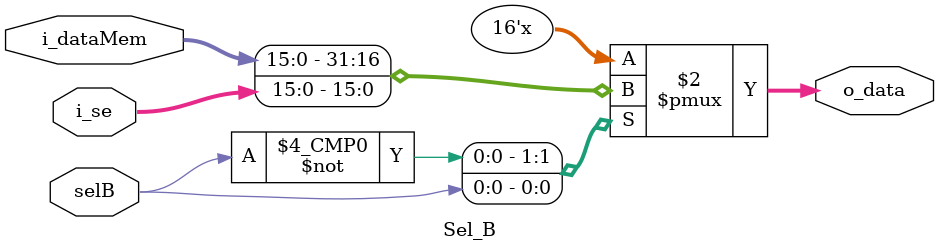
<source format=v>
`timescale 1ns / 1ps


module Sel_B#(
        //Parameters
       parameter    N_BITS = 16
    )    
    (
        //Inputs
        input   wire    [N_BITS - 1 : 0]    i_se,
        input   wire    [N_BITS - 1 : 0]    i_dataMem,
        input   wire                        selB,

        //Outputs
        output  reg    [N_BITS - 1 : 0]    o_data
    );
    
    always@(*) begin
        case(selB)
            1'b0:
                o_data = i_dataMem;
            1'b1:
                o_data = i_se;
            default:
                o_data = 1'b0;
        endcase
    end
       
endmodule
</source>
